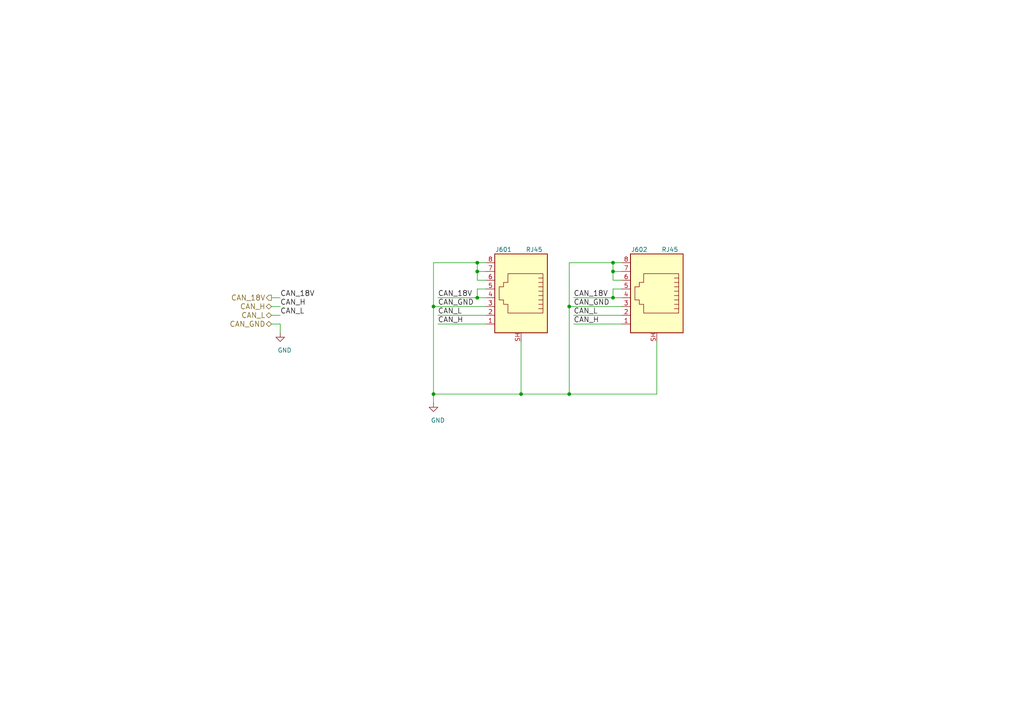
<source format=kicad_sch>
(kicad_sch (version 20231120) (generator "eeschema") (generator_version "8.0")
  (paper "A4")
  (lib_symbols
    (symbol "Connector:RJ45_Shielded" (pin_names (offset 1.016))
      (property "Reference" "J" (at -5.08 13.97 0))
      (property "Value" "RJ45_Shielded" (at 2.54 13.97 0))
      (symbol "RJ45_Shielded_0_1"
        (polyline (pts (xy -5.08 4.445) (xy -6.35 4.445)))
        (polyline (pts (xy -5.08 5.715) (xy -6.35 5.715)))
        (polyline (pts (xy -6.35 -3.175) (xy -5.08 -3.175) (xy -5.08 -3.175)))
        (polyline (pts (xy -6.35 -1.905) (xy -5.08 -1.905) (xy -5.08 -1.905)))
        (polyline (pts (xy -6.35 -0.635) (xy -5.08 -0.635) (xy -5.08 -0.635)))
        (polyline (pts (xy -6.35 0.635) (xy -5.08 0.635) (xy -5.08 0.635)))
        (polyline (pts (xy -6.35 1.905) (xy -5.08 1.905) (xy -5.08 1.905)))
        (polyline (pts (xy -5.08 3.175) (xy -6.35 3.175) (xy -6.35 3.175)))
        (polyline (pts (xy -6.35 -4.445) (xy -6.35 6.985) (xy 3.81 6.985) (xy 3.81 4.445) (xy 5.08 4.445) (xy 5.08 3.175) (xy 6.35 3.175) (xy 6.35 -0.635) (xy 5.08 -0.635) (xy 5.08 -1.905) (xy 3.81 -1.905) (xy 3.81 -4.445) (xy -6.35 -4.445) (xy -6.35 -4.445)))
        (rectangle (start 7.62 12.7) (end -7.62 -10.16) (stroke (width 0.254)) (fill (type background)))
      )
      (symbol "RJ45_Shielded_1_1"
        (pin passive line (at 10.16 -7.62 180) (length 2.54) (name "~") (number "1"))
        (pin passive line (at 10.16 -5.08 180) (length 2.54) (name "~") (number "2"))
        (pin passive line (at 10.16 -2.54 180) (length 2.54) (name "~") (number "3"))
        (pin passive line (at 10.16 0 180) (length 2.54) (name "~") (number "4"))
        (pin passive line (at 10.16 2.54 180) (length 2.54) (name "~") (number "5"))
        (pin passive line (at 10.16 5.08 180) (length 2.54) (name "~") (number "6"))
        (pin passive line (at 10.16 7.62 180) (length 2.54) (name "~") (number "7"))
        (pin passive line (at 10.16 10.16 180) (length 2.54) (name "~") (number "8"))
        (pin passive line (at 0 -12.7 90) (length 2.54) (name "~") (number "SH"))
      )
    )
    (symbol "basicsensormodule-rescue:GND-power" (power) (pin_names (offset 0))
      (property "Value" "power_GND" (at 0 -3.81 0))
      (symbol "GND-power_0_1"
        (polyline (pts (xy 0 0) (xy 0 -1.27) (xy 1.27 -1.27) (xy 0 -2.54) (xy -1.27 -1.27) (xy 0 -1.27)))
      )
      (symbol "GND-power_1_1"
        (pin power_in line (at 0 0 270) (length 0) hide (name "GND") (number "1"))
      )
    )
  )
  (junction (at 125.73 88.9))
  (junction (at 138.43 86.36))
  (junction (at 177.8 86.36))
  (junction (at 177.8 76.2))
  (junction (at 165.1 114.3))
  (junction (at 138.43 76.2))
  (junction (at 138.43 78.74))
  (junction (at 165.1 88.9))
  (junction (at 151.13 114.3))
  (junction (at 125.73 114.3))
  (junction (at 177.8 78.74))
  (wire (pts (xy 140.97 81.28) (xy 138.43 81.28)))
  (wire (pts (xy 125.73 114.3) (xy 151.13 114.3)))
  (wire (pts (xy 166.37 91.44) (xy 180.34 91.44)))
  (wire (pts (xy 165.1 76.2) (xy 165.1 88.9)))
  (wire (pts (xy 125.73 88.9) (xy 140.97 88.9)))
  (wire (pts (xy 78.74 93.98) (xy 81.28 93.98)))
  (wire (pts (xy 177.8 76.2) (xy 165.1 76.2)))
  (wire (pts (xy 127 86.36) (xy 138.43 86.36)))
  (wire (pts (xy 125.73 76.2) (xy 125.73 88.9)))
  (wire (pts (xy 165.1 88.9) (xy 180.34 88.9)))
  (wire (pts (xy 180.34 76.2) (xy 177.8 76.2)))
  (wire (pts (xy 125.73 88.9) (xy 125.73 114.3)))
  (wire (pts (xy 81.28 91.44) (xy 78.74 91.44)))
  (wire (pts (xy 140.97 83.82) (xy 138.43 83.82)))
  (wire (pts (xy 138.43 78.74) (xy 138.43 76.2)))
  (wire (pts (xy 138.43 81.28) (xy 138.43 78.74)))
  (wire (pts (xy 151.13 114.3) (xy 165.1 114.3)))
  (wire (pts (xy 165.1 114.3) (xy 190.5 114.3)))
  (wire (pts (xy 125.73 114.3) (xy 125.73 116.84)))
  (wire (pts (xy 190.5 114.3) (xy 190.5 99.06)))
  (wire (pts (xy 81.28 93.98) (xy 81.28 96.52)))
  (wire (pts (xy 138.43 76.2) (xy 125.73 76.2)))
  (wire (pts (xy 180.34 93.98) (xy 166.37 93.98)))
  (wire (pts (xy 177.8 86.36) (xy 180.34 86.36)))
  (wire (pts (xy 138.43 86.36) (xy 140.97 86.36)))
  (wire (pts (xy 78.74 88.9) (xy 81.28 88.9)))
  (wire (pts (xy 180.34 78.74) (xy 177.8 78.74)))
  (wire (pts (xy 138.43 83.82) (xy 138.43 86.36)))
  (wire (pts (xy 140.97 93.98) (xy 127 93.98)))
  (wire (pts (xy 165.1 88.9) (xy 165.1 114.3)))
  (wire (pts (xy 127 91.44) (xy 140.97 91.44)))
  (wire (pts (xy 177.8 78.74) (xy 177.8 76.2)))
  (wire (pts (xy 140.97 78.74) (xy 138.43 78.74)))
  (wire (pts (xy 180.34 81.28) (xy 177.8 81.28)))
  (wire (pts (xy 177.8 83.82) (xy 177.8 86.36)))
  (wire (pts (xy 140.97 76.2) (xy 138.43 76.2)))
  (wire (pts (xy 78.74 86.36) (xy 81.28 86.36)))
  (wire (pts (xy 180.34 83.82) (xy 177.8 83.82)))
  (wire (pts (xy 177.8 81.28) (xy 177.8 78.74)))
  (wire (pts (xy 166.37 86.36) (xy 177.8 86.36)))
  (wire (pts (xy 151.13 114.3) (xy 151.13 99.06)))
  (label "CAN_18V" (at 166.37 86.36 0) (effects (font (size 1.524 1.524))))
  (label "CAN_GND" (at 166.37 88.9 0) (effects (font (size 1.524 1.524))))
  (label "CAN_L" (at 81.28 91.44 0) (effects (font (size 1.524 1.524))))
  (label "CAN_H" (at 127 93.98 0) (effects (font (size 1.524 1.524))))
  (label "CAN_GND" (at 127 88.9 0) (effects (font (size 1.524 1.524))))
  (label "CAN_L" (at 127 91.44 0) (effects (font (size 1.524 1.524))))
  (label "CAN_18V" (at 127 86.36 0) (effects (font (size 1.524 1.524))))
  (label "CAN_L" (at 166.37 91.44 0) (effects (font (size 1.524 1.524))))
  (label "CAN_18V" (at 81.28 86.36 0) (effects (font (size 1.524 1.524))))
  (label "CAN_H" (at 81.28 88.9 0) (effects (font (size 1.524 1.524))))
  (label "CAN_H" (at 166.37 93.98 0) (effects (font (size 1.524 1.524))))
  (hierarchical_label "CAN_H" (shape bidirectional) (at 78.74 88.9 180) (effects (font (size 1.524 1.524))))
  (hierarchical_label "CAN_L" (shape bidirectional) (at 78.74 91.44 180) (effects (font (size 1.524 1.524))))
  (hierarchical_label "CAN_18V" (shape output) (at 78.74 86.36 180) (effects (font (size 1.524 1.524))))
  (hierarchical_label "CAN_GND" (shape bidirectional) (at 78.74 93.98 180) (effects (font (size 1.524 1.524))))
  (symbol (lib_id "Connector:RJ45_Shielded") (at 190.5 86.36 0) (mirror y) (unit 1)
    (property "Reference" "J602" (at 185.42 72.39 0))
    (property "Value" "RJ45" (at 194.31 72.39 0))
    (property "Footprint" "KicadZeniteSolarLibrary18:RJ45_YH59_01" (effects (hide yes)))
  )
  (symbol (lib_id "Connector:RJ45_Shielded") (at 151.13 86.36 0) (mirror y) (unit 1)
    (property "Reference" "J601" (at 146.05 72.39 0))
    (property "Value" "RJ45" (at 154.94 72.39 0))
    (property "Footprint" "KicadZeniteSolarLibrary18:RJ45_YH59_01" (effects (hide yes)))
  )
  (symbol (lib_id "basicsensormodule-rescue:GND-power") (at 125.73 116.84 0) (unit 1)
    (property "Reference" "#PWR0602" (effects (hide yes)))
    (property "Value" "GND" (at 127 121.92 0))
  )
  (symbol (lib_id "basicsensormodule-rescue:GND-power") (at 81.28 96.52 0) (unit 1)
    (property "Reference" "#PWR0601" (effects (hide yes)))
    (property "Value" "GND" (at 82.55 101.6 0))
  )
)
</source>
